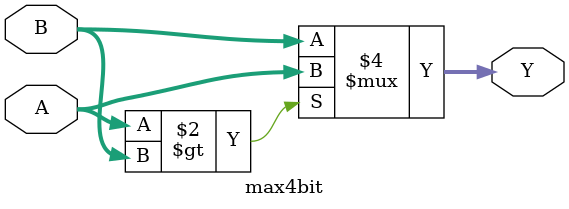
<source format=v>
module max4bit (A,B,Y);
/*input wire [3:0] A,B;
output wire [3:0] Y;
wire T;

assign T = (A>B);
assign Y = T ? A : B;

endmodule*/

input wire [3:0] A,B;
output reg [3:0] Y;

always@(A,B)
begin
	if (A>B) Y<=A;
	else Y<=B;
end
endmodule
</source>
